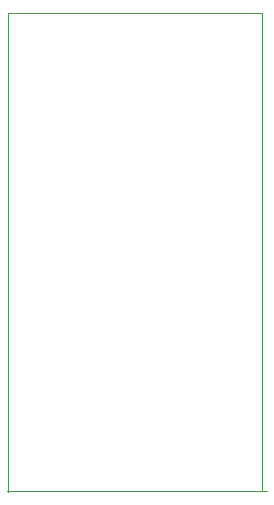
<source format=gbr>
G04 #@! TF.FileFunction,Profile,NP*
%FSLAX46Y46*%
G04 Gerber Fmt 4.6, Leading zero omitted, Abs format (unit mm)*
G04 Created by KiCad (PCBNEW (2014-11-21 BZR 5297)-product) date So 01 Feb 2015 20:06:03 CET*
%MOMM*%
G01*
G04 APERTURE LIST*
%ADD10C,0.100000*%
G04 APERTURE END LIST*
D10*
X218500000Y-90800000D02*
X218500000Y-91500000D01*
X197000000Y-90800000D02*
X197000000Y-91600000D01*
X218500000Y-51000000D02*
X218500000Y-91000000D01*
X197000000Y-51000000D02*
X218500000Y-51000000D01*
X197000000Y-91000000D02*
X197000000Y-51000000D01*
X218900000Y-91500000D02*
X196900000Y-91500000D01*
M02*

</source>
